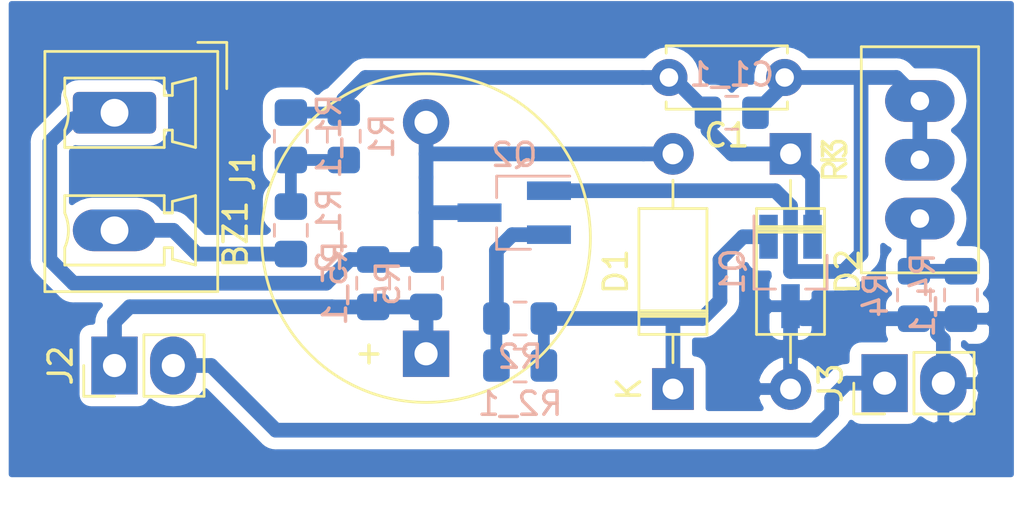
<source format=kicad_pcb>
(kicad_pcb (version 20171130) (host pcbnew "(5.1.5)-3")

  (general
    (thickness 1.6)
    (drawings 0)
    (tracks 84)
    (zones 0)
    (modules 20)
    (nets 12)
  )

  (page A4)
  (layers
    (0 F.Cu signal)
    (31 B.Cu signal)
    (32 B.Adhes user)
    (33 F.Adhes user)
    (34 B.Paste user)
    (35 F.Paste user)
    (36 B.SilkS user)
    (37 F.SilkS user)
    (38 B.Mask user)
    (39 F.Mask user)
    (40 Dwgs.User user)
    (41 Cmts.User user)
    (42 Eco1.User user)
    (43 Eco2.User user)
    (44 Edge.Cuts user)
    (45 Margin user)
    (46 B.CrtYd user)
    (47 F.CrtYd user)
    (48 B.Fab user)
    (49 F.Fab user)
  )

  (setup
    (last_trace_width 0.635)
    (user_trace_width 0.508)
    (user_trace_width 0.635)
    (trace_clearance 0.2)
    (zone_clearance 0.508)
    (zone_45_only no)
    (trace_min 0.2)
    (via_size 0.8)
    (via_drill 0.4)
    (via_min_size 0.4)
    (via_min_drill 0.3)
    (uvia_size 0.3)
    (uvia_drill 0.1)
    (uvias_allowed no)
    (uvia_min_size 0.2)
    (uvia_min_drill 0.1)
    (edge_width 0.1)
    (segment_width 0.2)
    (pcb_text_width 0.3)
    (pcb_text_size 1.5 1.5)
    (mod_edge_width 0.15)
    (mod_text_size 1 1)
    (mod_text_width 0.15)
    (pad_size 1.524 1.524)
    (pad_drill 0.762)
    (pad_to_mask_clearance 0)
    (aux_axis_origin 0 0)
    (visible_elements FFFFFF7F)
    (pcbplotparams
      (layerselection 0x010fc_ffffffff)
      (usegerberextensions false)
      (usegerberattributes false)
      (usegerberadvancedattributes false)
      (creategerberjobfile false)
      (excludeedgelayer true)
      (linewidth 0.100000)
      (plotframeref false)
      (viasonmask false)
      (mode 1)
      (useauxorigin false)
      (hpglpennumber 1)
      (hpglpenspeed 20)
      (hpglpendiameter 15.000000)
      (psnegative false)
      (psa4output false)
      (plotreference true)
      (plotvalue true)
      (plotinvisibletext false)
      (padsonsilk false)
      (subtractmaskfromsilk false)
      (outputformat 1)
      (mirror false)
      (drillshape 1)
      (scaleselection 1)
      (outputdirectory ""))
  )

  (net 0 "")
  (net 1 "Net-(BZ1-Pad1)")
  (net 2 "Net-(BZ1-Pad2)")
  (net 3 "Net-(C1-Pad2)")
  (net 4 "Net-(C1-Pad1)")
  (net 5 "Net-(D1-Pad1)")
  (net 6 GND)
  (net 7 "Net-(J1-Pad2)")
  (net 8 "Net-(J2-Pad2)")
  (net 9 "Net-(Q2-Pad2)")
  (net 10 "Net-(R3-Pad3)")
  (net 11 "Net-(R1-Pad1)")

  (net_class Default "Toto je výchozí třída sítě."
    (clearance 0.2)
    (trace_width 0.25)
    (via_dia 0.8)
    (via_drill 0.4)
    (uvia_dia 0.3)
    (uvia_drill 0.1)
    (add_net GND)
    (add_net "Net-(BZ1-Pad1)")
    (add_net "Net-(BZ1-Pad2)")
    (add_net "Net-(C1-Pad1)")
    (add_net "Net-(C1-Pad2)")
    (add_net "Net-(D1-Pad1)")
    (add_net "Net-(J1-Pad2)")
    (add_net "Net-(J2-Pad2)")
    (add_net "Net-(Q2-Pad2)")
    (add_net "Net-(R1-Pad1)")
    (add_net "Net-(R3-Pad3)")
  )

  (module Capacitor_THT:C_Disc_D5.0mm_W2.5mm_P5.00mm (layer F.Cu) (tedit 5AE50EF0) (tstamp 60049F91)
    (at 139.954 74.422 180)
    (descr "C, Disc series, Radial, pin pitch=5.00mm, , diameter*width=5*2.5mm^2, Capacitor, http://cdn-reichelt.de/documents/datenblatt/B300/DS_KERKO_TC.pdf")
    (tags "C Disc series Radial pin pitch 5.00mm  diameter 5mm width 2.5mm Capacitor")
    (path /5FFEBE3C)
    (fp_text reference C1 (at 2.5 -2.5) (layer F.SilkS)
      (effects (font (size 1 1) (thickness 0.15)))
    )
    (fp_text value C (at 2.5 2.5) (layer F.Fab)
      (effects (font (size 1 1) (thickness 0.15)))
    )
    (fp_text user %R (at 2.5 0) (layer F.Fab)
      (effects (font (size 1 1) (thickness 0.15)))
    )
    (fp_line (start 6.05 -1.5) (end -1.05 -1.5) (layer F.CrtYd) (width 0.05))
    (fp_line (start 6.05 1.5) (end 6.05 -1.5) (layer F.CrtYd) (width 0.05))
    (fp_line (start -1.05 1.5) (end 6.05 1.5) (layer F.CrtYd) (width 0.05))
    (fp_line (start -1.05 -1.5) (end -1.05 1.5) (layer F.CrtYd) (width 0.05))
    (fp_line (start 5.12 1.055) (end 5.12 1.37) (layer F.SilkS) (width 0.12))
    (fp_line (start 5.12 -1.37) (end 5.12 -1.055) (layer F.SilkS) (width 0.12))
    (fp_line (start -0.12 1.055) (end -0.12 1.37) (layer F.SilkS) (width 0.12))
    (fp_line (start -0.12 -1.37) (end -0.12 -1.055) (layer F.SilkS) (width 0.12))
    (fp_line (start -0.12 1.37) (end 5.12 1.37) (layer F.SilkS) (width 0.12))
    (fp_line (start -0.12 -1.37) (end 5.12 -1.37) (layer F.SilkS) (width 0.12))
    (fp_line (start 5 -1.25) (end 0 -1.25) (layer F.Fab) (width 0.1))
    (fp_line (start 5 1.25) (end 5 -1.25) (layer F.Fab) (width 0.1))
    (fp_line (start 0 1.25) (end 5 1.25) (layer F.Fab) (width 0.1))
    (fp_line (start 0 -1.25) (end 0 1.25) (layer F.Fab) (width 0.1))
    (pad 2 thru_hole circle (at 5 0 180) (size 1.6 1.6) (drill 0.8) (layers *.Cu *.Mask)
      (net 3 "Net-(C1-Pad2)"))
    (pad 1 thru_hole circle (at 0 0 180) (size 1.6 1.6) (drill 0.8) (layers *.Cu *.Mask)
      (net 4 "Net-(C1-Pad1)"))
    (model ${KISYS3DMOD}/Capacitor_THT.3dshapes/C_Disc_D5.0mm_W2.5mm_P5.00mm.wrl
      (at (xyz 0 0 0))
      (scale (xyz 1 1 1))
      (rotate (xyz 0 0 0))
    )
  )

  (module Resistor_SMD:R_0805_2012Metric_Pad1.15x1.40mm_HandSolder (layer B.Cu) (tedit 5B36C52B) (tstamp 6004A0D0)
    (at 124.46 83.312 270)
    (descr "Resistor SMD 0805 (2012 Metric), square (rectangular) end terminal, IPC_7351 nominal with elongated pad for handsoldering. (Body size source: https://docs.google.com/spreadsheets/d/1BsfQQcO9C6DZCsRaXUlFlo91Tg2WpOkGARC1WS5S8t0/edit?usp=sharing), generated with kicad-footprint-generator")
    (tags "resistor handsolder")
    (path /5FFE4389)
    (attr smd)
    (fp_text reference R5 (at 0 1.65 90) (layer B.SilkS)
      (effects (font (size 1 1) (thickness 0.15)) (justify mirror))
    )
    (fp_text value 1k (at 0 -1.65 90) (layer B.Fab)
      (effects (font (size 1 1) (thickness 0.15)) (justify mirror))
    )
    (fp_text user %R (at 0 0 90) (layer B.Fab)
      (effects (font (size 0.5 0.5) (thickness 0.08)) (justify mirror))
    )
    (fp_line (start 1.85 -0.95) (end -1.85 -0.95) (layer B.CrtYd) (width 0.05))
    (fp_line (start 1.85 0.95) (end 1.85 -0.95) (layer B.CrtYd) (width 0.05))
    (fp_line (start -1.85 0.95) (end 1.85 0.95) (layer B.CrtYd) (width 0.05))
    (fp_line (start -1.85 -0.95) (end -1.85 0.95) (layer B.CrtYd) (width 0.05))
    (fp_line (start -0.261252 -0.71) (end 0.261252 -0.71) (layer B.SilkS) (width 0.12))
    (fp_line (start -0.261252 0.71) (end 0.261252 0.71) (layer B.SilkS) (width 0.12))
    (fp_line (start 1 -0.6) (end -1 -0.6) (layer B.Fab) (width 0.1))
    (fp_line (start 1 0.6) (end 1 -0.6) (layer B.Fab) (width 0.1))
    (fp_line (start -1 0.6) (end 1 0.6) (layer B.Fab) (width 0.1))
    (fp_line (start -1 -0.6) (end -1 0.6) (layer B.Fab) (width 0.1))
    (pad 2 smd roundrect (at 1.025 0 270) (size 1.15 1.4) (layers B.Cu B.Paste B.Mask) (roundrect_rratio 0.217391)
      (net 1 "Net-(BZ1-Pad1)"))
    (pad 1 smd roundrect (at -1.025 0 270) (size 1.15 1.4) (layers B.Cu B.Paste B.Mask) (roundrect_rratio 0.217391)
      (net 2 "Net-(BZ1-Pad2)"))
    (model ${KISYS3DMOD}/Resistor_SMD.3dshapes/R_0805_2012Metric.wrl
      (at (xyz 0 0 0))
      (scale (xyz 1 1 1))
      (rotate (xyz 0 0 0))
    )
  )

  (module Capacitor_SMD:C_0805_2012Metric_Pad1.15x1.40mm_HandSolder (layer B.Cu) (tedit 5B36C52B) (tstamp 6004CD5F)
    (at 137.668 75.946 180)
    (descr "Capacitor SMD 0805 (2012 Metric), square (rectangular) end terminal, IPC_7351 nominal with elongated pad for handsoldering. (Body size source: https://docs.google.com/spreadsheets/d/1BsfQQcO9C6DZCsRaXUlFlo91Tg2WpOkGARC1WS5S8t0/edit?usp=sharing), generated with kicad-footprint-generator")
    (tags "capacitor handsolder")
    (path /60067B01)
    (attr smd)
    (fp_text reference C1_1 (at 0 1.65) (layer B.SilkS)
      (effects (font (size 1 1) (thickness 0.15)) (justify mirror))
    )
    (fp_text value C (at 0 -1.65) (layer B.Fab)
      (effects (font (size 1 1) (thickness 0.15)) (justify mirror))
    )
    (fp_text user %R (at 0 0) (layer B.Fab)
      (effects (font (size 0.5 0.5) (thickness 0.08)) (justify mirror))
    )
    (fp_line (start 1.85 -0.95) (end -1.85 -0.95) (layer B.CrtYd) (width 0.05))
    (fp_line (start 1.85 0.95) (end 1.85 -0.95) (layer B.CrtYd) (width 0.05))
    (fp_line (start -1.85 0.95) (end 1.85 0.95) (layer B.CrtYd) (width 0.05))
    (fp_line (start -1.85 -0.95) (end -1.85 0.95) (layer B.CrtYd) (width 0.05))
    (fp_line (start -0.261252 -0.71) (end 0.261252 -0.71) (layer B.SilkS) (width 0.12))
    (fp_line (start -0.261252 0.71) (end 0.261252 0.71) (layer B.SilkS) (width 0.12))
    (fp_line (start 1 -0.6) (end -1 -0.6) (layer B.Fab) (width 0.1))
    (fp_line (start 1 0.6) (end 1 -0.6) (layer B.Fab) (width 0.1))
    (fp_line (start -1 0.6) (end 1 0.6) (layer B.Fab) (width 0.1))
    (fp_line (start -1 -0.6) (end -1 0.6) (layer B.Fab) (width 0.1))
    (pad 2 smd roundrect (at 1.025 0 180) (size 1.15 1.4) (layers B.Cu B.Paste B.Mask) (roundrect_rratio 0.217391)
      (net 3 "Net-(C1-Pad2)"))
    (pad 1 smd roundrect (at -1.025 0 180) (size 1.15 1.4) (layers B.Cu B.Paste B.Mask) (roundrect_rratio 0.217391)
      (net 4 "Net-(C1-Pad1)"))
    (model ${KISYS3DMOD}/Capacitor_SMD.3dshapes/C_0805_2012Metric.wrl
      (at (xyz 0 0 0))
      (scale (xyz 1 1 1))
      (rotate (xyz 0 0 0))
    )
  )

  (module Resistor_SMD:R_0805_2012Metric_Pad1.15x1.40mm_HandSolder (layer B.Cu) (tedit 5B36C52B) (tstamp 6004C811)
    (at 122.174 83.312 270)
    (descr "Resistor SMD 0805 (2012 Metric), square (rectangular) end terminal, IPC_7351 nominal with elongated pad for handsoldering. (Body size source: https://docs.google.com/spreadsheets/d/1BsfQQcO9C6DZCsRaXUlFlo91Tg2WpOkGARC1WS5S8t0/edit?usp=sharing), generated with kicad-footprint-generator")
    (tags "resistor handsolder")
    (path /600634F8)
    (attr smd)
    (fp_text reference R5_1 (at 0 1.65 90) (layer B.SilkS)
      (effects (font (size 1 1) (thickness 0.15)) (justify mirror))
    )
    (fp_text value 1k (at 0 -1.65 90) (layer B.Fab)
      (effects (font (size 1 1) (thickness 0.15)) (justify mirror))
    )
    (fp_text user %R (at 0 0 90) (layer B.Fab)
      (effects (font (size 0.5 0.5) (thickness 0.08)) (justify mirror))
    )
    (fp_line (start 1.85 -0.95) (end -1.85 -0.95) (layer B.CrtYd) (width 0.05))
    (fp_line (start 1.85 0.95) (end 1.85 -0.95) (layer B.CrtYd) (width 0.05))
    (fp_line (start -1.85 0.95) (end 1.85 0.95) (layer B.CrtYd) (width 0.05))
    (fp_line (start -1.85 -0.95) (end -1.85 0.95) (layer B.CrtYd) (width 0.05))
    (fp_line (start -0.261252 -0.71) (end 0.261252 -0.71) (layer B.SilkS) (width 0.12))
    (fp_line (start -0.261252 0.71) (end 0.261252 0.71) (layer B.SilkS) (width 0.12))
    (fp_line (start 1 -0.6) (end -1 -0.6) (layer B.Fab) (width 0.1))
    (fp_line (start 1 0.6) (end 1 -0.6) (layer B.Fab) (width 0.1))
    (fp_line (start -1 0.6) (end 1 0.6) (layer B.Fab) (width 0.1))
    (fp_line (start -1 -0.6) (end -1 0.6) (layer B.Fab) (width 0.1))
    (pad 2 smd roundrect (at 1.025 0 270) (size 1.15 1.4) (layers B.Cu B.Paste B.Mask) (roundrect_rratio 0.217391)
      (net 1 "Net-(BZ1-Pad1)"))
    (pad 1 smd roundrect (at -1.025 0 270) (size 1.15 1.4) (layers B.Cu B.Paste B.Mask) (roundrect_rratio 0.217391)
      (net 2 "Net-(BZ1-Pad2)"))
    (model ${KISYS3DMOD}/Resistor_SMD.3dshapes/R_0805_2012Metric.wrl
      (at (xyz 0 0 0))
      (scale (xyz 1 1 1))
      (rotate (xyz 0 0 0))
    )
  )

  (module Resistor_SMD:R_0805_2012Metric_Pad1.15x1.40mm_HandSolder (layer B.Cu) (tedit 5B36C52B) (tstamp 6004C7E0)
    (at 128.524 86.868)
    (descr "Resistor SMD 0805 (2012 Metric), square (rectangular) end terminal, IPC_7351 nominal with elongated pad for handsoldering. (Body size source: https://docs.google.com/spreadsheets/d/1BsfQQcO9C6DZCsRaXUlFlo91Tg2WpOkGARC1WS5S8t0/edit?usp=sharing), generated with kicad-footprint-generator")
    (tags "resistor handsolder")
    (path /60063277)
    (attr smd)
    (fp_text reference R2_1 (at 0 1.65) (layer B.SilkS)
      (effects (font (size 1 1) (thickness 0.15)) (justify mirror))
    )
    (fp_text value 10k (at 0 -1.65) (layer B.Fab)
      (effects (font (size 1 1) (thickness 0.15)) (justify mirror))
    )
    (fp_text user %R (at 0 0) (layer B.Fab)
      (effects (font (size 0.5 0.5) (thickness 0.08)) (justify mirror))
    )
    (fp_line (start 1.85 -0.95) (end -1.85 -0.95) (layer B.CrtYd) (width 0.05))
    (fp_line (start 1.85 0.95) (end 1.85 -0.95) (layer B.CrtYd) (width 0.05))
    (fp_line (start -1.85 0.95) (end 1.85 0.95) (layer B.CrtYd) (width 0.05))
    (fp_line (start -1.85 -0.95) (end -1.85 0.95) (layer B.CrtYd) (width 0.05))
    (fp_line (start -0.261252 -0.71) (end 0.261252 -0.71) (layer B.SilkS) (width 0.12))
    (fp_line (start -0.261252 0.71) (end 0.261252 0.71) (layer B.SilkS) (width 0.12))
    (fp_line (start 1 -0.6) (end -1 -0.6) (layer B.Fab) (width 0.1))
    (fp_line (start 1 0.6) (end 1 -0.6) (layer B.Fab) (width 0.1))
    (fp_line (start -1 0.6) (end 1 0.6) (layer B.Fab) (width 0.1))
    (fp_line (start -1 -0.6) (end -1 0.6) (layer B.Fab) (width 0.1))
    (pad 2 smd roundrect (at 1.025 0) (size 1.15 1.4) (layers B.Cu B.Paste B.Mask) (roundrect_rratio 0.217391)
      (net 5 "Net-(D1-Pad1)"))
    (pad 1 smd roundrect (at -1.025 0) (size 1.15 1.4) (layers B.Cu B.Paste B.Mask) (roundrect_rratio 0.217391)
      (net 9 "Net-(Q2-Pad2)"))
    (model ${KISYS3DMOD}/Resistor_SMD.3dshapes/R_0805_2012Metric.wrl
      (at (xyz 0 0 0))
      (scale (xyz 1 1 1))
      (rotate (xyz 0 0 0))
    )
  )

  (module Resistor_SMD:R_0805_2012Metric_Pad1.15x1.40mm_HandSolder (layer B.Cu) (tedit 5B36C52B) (tstamp 6004C196)
    (at 147.574 83.82 270)
    (descr "Resistor SMD 0805 (2012 Metric), square (rectangular) end terminal, IPC_7351 nominal with elongated pad for handsoldering. (Body size source: https://docs.google.com/spreadsheets/d/1BsfQQcO9C6DZCsRaXUlFlo91Tg2WpOkGARC1WS5S8t0/edit?usp=sharing), generated with kicad-footprint-generator")
    (tags "resistor handsolder")
    (path /600608A2)
    (attr smd)
    (fp_text reference R4_1 (at 0 1.65 90) (layer B.SilkS)
      (effects (font (size 1 1) (thickness 0.15)) (justify mirror))
    )
    (fp_text value 100R (at 0 -1.65 90) (layer B.Fab)
      (effects (font (size 1 1) (thickness 0.15)) (justify mirror))
    )
    (fp_text user %R (at 0 0 90) (layer B.Fab)
      (effects (font (size 0.5 0.5) (thickness 0.08)) (justify mirror))
    )
    (fp_line (start 1.85 -0.95) (end -1.85 -0.95) (layer B.CrtYd) (width 0.05))
    (fp_line (start 1.85 0.95) (end 1.85 -0.95) (layer B.CrtYd) (width 0.05))
    (fp_line (start -1.85 0.95) (end 1.85 0.95) (layer B.CrtYd) (width 0.05))
    (fp_line (start -1.85 -0.95) (end -1.85 0.95) (layer B.CrtYd) (width 0.05))
    (fp_line (start -0.261252 -0.71) (end 0.261252 -0.71) (layer B.SilkS) (width 0.12))
    (fp_line (start -0.261252 0.71) (end 0.261252 0.71) (layer B.SilkS) (width 0.12))
    (fp_line (start 1 -0.6) (end -1 -0.6) (layer B.Fab) (width 0.1))
    (fp_line (start 1 0.6) (end 1 -0.6) (layer B.Fab) (width 0.1))
    (fp_line (start -1 0.6) (end 1 0.6) (layer B.Fab) (width 0.1))
    (fp_line (start -1 -0.6) (end -1 0.6) (layer B.Fab) (width 0.1))
    (pad 2 smd roundrect (at 1.025 0 270) (size 1.15 1.4) (layers B.Cu B.Paste B.Mask) (roundrect_rratio 0.217391)
      (net 6 GND))
    (pad 1 smd roundrect (at -1.025 0 270) (size 1.15 1.4) (layers B.Cu B.Paste B.Mask) (roundrect_rratio 0.217391)
      (net 10 "Net-(R3-Pad3)"))
    (model ${KISYS3DMOD}/Resistor_SMD.3dshapes/R_0805_2012Metric.wrl
      (at (xyz 0 0 0))
      (scale (xyz 1 1 1))
      (rotate (xyz 0 0 0))
    )
  )

  (module Resistor_SMD:R_0805_2012Metric_Pad1.15x1.40mm_HandSolder (layer B.Cu) (tedit 5B36C52B) (tstamp 6004BAE0)
    (at 118.618 81.026 90)
    (descr "Resistor SMD 0805 (2012 Metric), square (rectangular) end terminal, IPC_7351 nominal with elongated pad for handsoldering. (Body size source: https://docs.google.com/spreadsheets/d/1BsfQQcO9C6DZCsRaXUlFlo91Tg2WpOkGARC1WS5S8t0/edit?usp=sharing), generated with kicad-footprint-generator")
    (tags "resistor handsolder")
    (path /6005AC11)
    (attr smd)
    (fp_text reference R1_2 (at 0 1.65 90) (layer B.SilkS)
      (effects (font (size 1 1) (thickness 0.15)) (justify mirror))
    )
    (fp_text value 56k (at 0 -1.65 90) (layer B.Fab)
      (effects (font (size 1 1) (thickness 0.15)) (justify mirror))
    )
    (fp_text user %R (at 0 0 90) (layer B.Fab)
      (effects (font (size 0.5 0.5) (thickness 0.08)) (justify mirror))
    )
    (fp_line (start 1.85 -0.95) (end -1.85 -0.95) (layer B.CrtYd) (width 0.05))
    (fp_line (start 1.85 0.95) (end 1.85 -0.95) (layer B.CrtYd) (width 0.05))
    (fp_line (start -1.85 0.95) (end 1.85 0.95) (layer B.CrtYd) (width 0.05))
    (fp_line (start -1.85 -0.95) (end -1.85 0.95) (layer B.CrtYd) (width 0.05))
    (fp_line (start -0.261252 -0.71) (end 0.261252 -0.71) (layer B.SilkS) (width 0.12))
    (fp_line (start -0.261252 0.71) (end 0.261252 0.71) (layer B.SilkS) (width 0.12))
    (fp_line (start 1 -0.6) (end -1 -0.6) (layer B.Fab) (width 0.1))
    (fp_line (start 1 0.6) (end 1 -0.6) (layer B.Fab) (width 0.1))
    (fp_line (start -1 0.6) (end 1 0.6) (layer B.Fab) (width 0.1))
    (fp_line (start -1 -0.6) (end -1 0.6) (layer B.Fab) (width 0.1))
    (pad 2 smd roundrect (at 1.025 0 90) (size 1.15 1.4) (layers B.Cu B.Paste B.Mask) (roundrect_rratio 0.217391)
      (net 11 "Net-(R1-Pad1)"))
    (pad 1 smd roundrect (at -1.025 0 90) (size 1.15 1.4) (layers B.Cu B.Paste B.Mask) (roundrect_rratio 0.217391)
      (net 7 "Net-(J1-Pad2)"))
    (model ${KISYS3DMOD}/Resistor_SMD.3dshapes/R_0805_2012Metric.wrl
      (at (xyz 0 0 0))
      (scale (xyz 1 1 1))
      (rotate (xyz 0 0 0))
    )
  )

  (module Resistor_SMD:R_0805_2012Metric_Pad1.15x1.40mm_HandSolder (layer B.Cu) (tedit 5B36C52B) (tstamp 6004BACF)
    (at 118.618 76.962 90)
    (descr "Resistor SMD 0805 (2012 Metric), square (rectangular) end terminal, IPC_7351 nominal with elongated pad for handsoldering. (Body size source: https://docs.google.com/spreadsheets/d/1BsfQQcO9C6DZCsRaXUlFlo91Tg2WpOkGARC1WS5S8t0/edit?usp=sharing), generated with kicad-footprint-generator")
    (tags "resistor handsolder")
    (path /6005A8B0)
    (attr smd)
    (fp_text reference R1_1 (at 0 1.65 90) (layer B.SilkS)
      (effects (font (size 1 1) (thickness 0.15)) (justify mirror))
    )
    (fp_text value 56k (at 0 -1.65 90) (layer B.Fab)
      (effects (font (size 1 1) (thickness 0.15)) (justify mirror))
    )
    (fp_text user %R (at 0 0 90) (layer B.Fab)
      (effects (font (size 0.5 0.5) (thickness 0.08)) (justify mirror))
    )
    (fp_line (start 1.85 -0.95) (end -1.85 -0.95) (layer B.CrtYd) (width 0.05))
    (fp_line (start 1.85 0.95) (end 1.85 -0.95) (layer B.CrtYd) (width 0.05))
    (fp_line (start -1.85 0.95) (end 1.85 0.95) (layer B.CrtYd) (width 0.05))
    (fp_line (start -1.85 -0.95) (end -1.85 0.95) (layer B.CrtYd) (width 0.05))
    (fp_line (start -0.261252 -0.71) (end 0.261252 -0.71) (layer B.SilkS) (width 0.12))
    (fp_line (start -0.261252 0.71) (end 0.261252 0.71) (layer B.SilkS) (width 0.12))
    (fp_line (start 1 -0.6) (end -1 -0.6) (layer B.Fab) (width 0.1))
    (fp_line (start 1 0.6) (end 1 -0.6) (layer B.Fab) (width 0.1))
    (fp_line (start -1 0.6) (end 1 0.6) (layer B.Fab) (width 0.1))
    (fp_line (start -1 -0.6) (end -1 0.6) (layer B.Fab) (width 0.1))
    (pad 2 smd roundrect (at 1.025 0 90) (size 1.15 1.4) (layers B.Cu B.Paste B.Mask) (roundrect_rratio 0.217391)
      (net 3 "Net-(C1-Pad2)"))
    (pad 1 smd roundrect (at -1.025 0 90) (size 1.15 1.4) (layers B.Cu B.Paste B.Mask) (roundrect_rratio 0.217391)
      (net 11 "Net-(R1-Pad1)"))
    (model ${KISYS3DMOD}/Resistor_SMD.3dshapes/R_0805_2012Metric.wrl
      (at (xyz 0 0 0))
      (scale (xyz 1 1 1))
      (rotate (xyz 0 0 0))
    )
  )

  (module LPouzdra:AR_Potentiometer_Bourns_3296W_Vertical (layer F.Cu) (tedit 5FFE1AF0) (tstamp 6004A0AE)
    (at 145.796 75.438 90)
    (descr "Potentiometer, vertical, Bourns 3296W, https://www.bourns.com/pdfs/3296.pdf")
    (tags "Potentiometer vertical Bourns 3296W")
    (path /5FFE4B1A)
    (fp_text reference R3 (at -2.54 -3.66 90) (layer F.SilkS)
      (effects (font (size 1 1) (thickness 0.15)))
    )
    (fp_text value 2k5 (at -2.54 3.67 90) (layer F.Fab)
      (effects (font (size 1 1) (thickness 0.15)))
    )
    (fp_text user %R (at -3.175 0.005 90) (layer F.Fab)
      (effects (font (size 1 1) (thickness 0.15)))
    )
    (fp_line (start 2.5 -2.7) (end -7.6 -2.7) (layer F.CrtYd) (width 0.05))
    (fp_line (start 2.5 2.7) (end 2.5 -2.7) (layer F.CrtYd) (width 0.05))
    (fp_line (start -7.6 2.7) (end 2.5 2.7) (layer F.CrtYd) (width 0.05))
    (fp_line (start -7.6 -2.7) (end -7.6 2.7) (layer F.CrtYd) (width 0.05))
    (fp_line (start 2.345 -2.53) (end 2.345 2.54) (layer F.SilkS) (width 0.12))
    (fp_line (start -7.425 -2.53) (end -7.425 2.54) (layer F.SilkS) (width 0.12))
    (fp_line (start -7.425 2.54) (end 2.345 2.54) (layer F.SilkS) (width 0.12))
    (fp_line (start -7.425 -2.53) (end 2.345 -2.53) (layer F.SilkS) (width 0.12))
    (fp_line (start 0.955 2.235) (end 0.956 0.066) (layer F.Fab) (width 0.1))
    (fp_line (start 0.955 2.235) (end 0.956 0.066) (layer F.Fab) (width 0.1))
    (fp_line (start 2.225 -2.41) (end -7.305 -2.41) (layer F.Fab) (width 0.1))
    (fp_line (start 2.225 2.42) (end 2.225 -2.41) (layer F.Fab) (width 0.1))
    (fp_line (start -7.305 2.42) (end 2.225 2.42) (layer F.Fab) (width 0.1))
    (fp_line (start -7.305 -2.41) (end -7.305 2.42) (layer F.Fab) (width 0.1))
    (fp_circle (center 0.955 1.15) (end 2.05 1.15) (layer F.Fab) (width 0.1))
    (pad 3 thru_hole oval (at -5.08 0 90) (size 1.8 3) (drill 0.8) (layers *.Cu *.Mask)
      (net 10 "Net-(R3-Pad3)"))
    (pad 2 thru_hole oval (at -2.54 0 90) (size 1.8 3) (drill 0.8) (layers *.Cu *.Mask)
      (net 4 "Net-(C1-Pad1)"))
    (pad 1 thru_hole oval (at 0 0 90) (size 1.8 3) (drill 0.8) (layers *.Cu *.Mask)
      (net 4 "Net-(C1-Pad1)"))
    (model ${KISYS3DMOD}/Potentiometer_THT.3dshapes/Potentiometer_Bourns_3296W_Vertical.wrl
      (at (xyz 0 0 0))
      (scale (xyz 1 1 1))
      (rotate (xyz 0 0 0))
    )
  )

  (module LPouzdra:AR_PinHeader_1x02_P2.54mm_Vertical (layer F.Cu) (tedit 60021612) (tstamp 6004A04B)
    (at 144.272 87.63 90)
    (descr "Through hole straight pin header, 1x02, 2.54mm pitch, single row")
    (tags "Through hole pin header THT 1x02 2.54mm single row")
    (path /5FFFAA1F)
    (fp_text reference J3 (at 0 -2.33 90) (layer F.SilkS)
      (effects (font (size 1 1) (thickness 0.15)))
    )
    (fp_text value "9V= 1+ / 2-" (at 0 4.87 90) (layer F.Fab)
      (effects (font (size 1 1) (thickness 0.15)))
    )
    (fp_text user %R (at 0 1.27) (layer F.Fab)
      (effects (font (size 1 1) (thickness 0.15)))
    )
    (fp_line (start 1.8 -1.8) (end -1.8 -1.8) (layer F.CrtYd) (width 0.05))
    (fp_line (start 1.8 4.35) (end 1.8 -1.8) (layer F.CrtYd) (width 0.05))
    (fp_line (start -1.8 4.35) (end 1.8 4.35) (layer F.CrtYd) (width 0.05))
    (fp_line (start -1.8 -1.8) (end -1.8 4.35) (layer F.CrtYd) (width 0.05))
    (fp_line (start -1.33 -1.33) (end 0 -1.33) (layer F.SilkS) (width 0.12))
    (fp_line (start -1.33 0) (end -1.33 -1.33) (layer F.SilkS) (width 0.12))
    (fp_line (start -1.33 1.27) (end 1.33 1.27) (layer F.SilkS) (width 0.12))
    (fp_line (start 1.33 1.27) (end 1.33 3.87) (layer F.SilkS) (width 0.12))
    (fp_line (start -1.33 1.27) (end -1.33 3.87) (layer F.SilkS) (width 0.12))
    (fp_line (start -1.33 3.87) (end 1.33 3.87) (layer F.SilkS) (width 0.12))
    (fp_line (start -1.27 -0.635) (end -0.635 -1.27) (layer F.Fab) (width 0.1))
    (fp_line (start -1.27 3.81) (end -1.27 -0.635) (layer F.Fab) (width 0.1))
    (fp_line (start 1.27 3.81) (end -1.27 3.81) (layer F.Fab) (width 0.1))
    (fp_line (start 1.27 -1.27) (end 1.27 3.81) (layer F.Fab) (width 0.1))
    (fp_line (start -0.635 -1.27) (end 1.27 -1.27) (layer F.Fab) (width 0.1))
    (pad 2 thru_hole oval (at 0 2.54 90) (size 2.5 2) (drill 1) (layers *.Cu *.Mask)
      (net 6 GND))
    (pad 1 thru_hole rect (at 0 0 90) (size 2.5 2) (drill 1) (layers *.Cu *.Mask)
      (net 8 "Net-(J2-Pad2)"))
    (model ${KISYS3DMOD}/Connector_PinHeader_2.54mm.3dshapes/PinHeader_1x02_P2.54mm_Vertical.wrl
      (at (xyz 0 0 0))
      (scale (xyz 1 1 1))
      (rotate (xyz 0 0 0))
    )
  )

  (module Resistor_SMD:R_0805_2012Metric_Pad1.15x1.40mm_HandSolder (layer B.Cu) (tedit 5B36C52B) (tstamp 6004A0BF)
    (at 145.542 83.82 270)
    (descr "Resistor SMD 0805 (2012 Metric), square (rectangular) end terminal, IPC_7351 nominal with elongated pad for handsoldering. (Body size source: https://docs.google.com/spreadsheets/d/1BsfQQcO9C6DZCsRaXUlFlo91Tg2WpOkGARC1WS5S8t0/edit?usp=sharing), generated with kicad-footprint-generator")
    (tags "resistor handsolder")
    (path /5FFE3D3F)
    (attr smd)
    (fp_text reference R4 (at 0 1.65 90) (layer B.SilkS)
      (effects (font (size 1 1) (thickness 0.15)) (justify mirror))
    )
    (fp_text value 100R (at 0 -1.65 90) (layer B.Fab)
      (effects (font (size 1 1) (thickness 0.15)) (justify mirror))
    )
    (fp_text user %R (at 0 0 90) (layer B.Fab)
      (effects (font (size 0.5 0.5) (thickness 0.08)) (justify mirror))
    )
    (fp_line (start 1.85 -0.95) (end -1.85 -0.95) (layer B.CrtYd) (width 0.05))
    (fp_line (start 1.85 0.95) (end 1.85 -0.95) (layer B.CrtYd) (width 0.05))
    (fp_line (start -1.85 0.95) (end 1.85 0.95) (layer B.CrtYd) (width 0.05))
    (fp_line (start -1.85 -0.95) (end -1.85 0.95) (layer B.CrtYd) (width 0.05))
    (fp_line (start -0.261252 -0.71) (end 0.261252 -0.71) (layer B.SilkS) (width 0.12))
    (fp_line (start -0.261252 0.71) (end 0.261252 0.71) (layer B.SilkS) (width 0.12))
    (fp_line (start 1 -0.6) (end -1 -0.6) (layer B.Fab) (width 0.1))
    (fp_line (start 1 0.6) (end 1 -0.6) (layer B.Fab) (width 0.1))
    (fp_line (start -1 0.6) (end 1 0.6) (layer B.Fab) (width 0.1))
    (fp_line (start -1 -0.6) (end -1 0.6) (layer B.Fab) (width 0.1))
    (pad 2 smd roundrect (at 1.025 0 270) (size 1.15 1.4) (layers B.Cu B.Paste B.Mask) (roundrect_rratio 0.217391)
      (net 6 GND))
    (pad 1 smd roundrect (at -1.025 0 270) (size 1.15 1.4) (layers B.Cu B.Paste B.Mask) (roundrect_rratio 0.217391)
      (net 10 "Net-(R3-Pad3)"))
    (model ${KISYS3DMOD}/Resistor_SMD.3dshapes/R_0805_2012Metric.wrl
      (at (xyz 0 0 0))
      (scale (xyz 1 1 1))
      (rotate (xyz 0 0 0))
    )
  )

  (module Resistor_SMD:R_0805_2012Metric_Pad1.15x1.40mm_HandSolder (layer B.Cu) (tedit 5B36C52B) (tstamp 6004A097)
    (at 128.524 84.836)
    (descr "Resistor SMD 0805 (2012 Metric), square (rectangular) end terminal, IPC_7351 nominal with elongated pad for handsoldering. (Body size source: https://docs.google.com/spreadsheets/d/1BsfQQcO9C6DZCsRaXUlFlo91Tg2WpOkGARC1WS5S8t0/edit?usp=sharing), generated with kicad-footprint-generator")
    (tags "resistor handsolder")
    (path /5FFE3A82)
    (attr smd)
    (fp_text reference R2 (at 0 1.65) (layer B.SilkS)
      (effects (font (size 1 1) (thickness 0.15)) (justify mirror))
    )
    (fp_text value 10k (at 0 -1.65) (layer B.Fab)
      (effects (font (size 1 1) (thickness 0.15)) (justify mirror))
    )
    (fp_text user %R (at 0 0) (layer B.Fab)
      (effects (font (size 0.5 0.5) (thickness 0.08)) (justify mirror))
    )
    (fp_line (start 1.85 -0.95) (end -1.85 -0.95) (layer B.CrtYd) (width 0.05))
    (fp_line (start 1.85 0.95) (end 1.85 -0.95) (layer B.CrtYd) (width 0.05))
    (fp_line (start -1.85 0.95) (end 1.85 0.95) (layer B.CrtYd) (width 0.05))
    (fp_line (start -1.85 -0.95) (end -1.85 0.95) (layer B.CrtYd) (width 0.05))
    (fp_line (start -0.261252 -0.71) (end 0.261252 -0.71) (layer B.SilkS) (width 0.12))
    (fp_line (start -0.261252 0.71) (end 0.261252 0.71) (layer B.SilkS) (width 0.12))
    (fp_line (start 1 -0.6) (end -1 -0.6) (layer B.Fab) (width 0.1))
    (fp_line (start 1 0.6) (end 1 -0.6) (layer B.Fab) (width 0.1))
    (fp_line (start -1 0.6) (end 1 0.6) (layer B.Fab) (width 0.1))
    (fp_line (start -1 -0.6) (end -1 0.6) (layer B.Fab) (width 0.1))
    (pad 2 smd roundrect (at 1.025 0) (size 1.15 1.4) (layers B.Cu B.Paste B.Mask) (roundrect_rratio 0.217391)
      (net 5 "Net-(D1-Pad1)"))
    (pad 1 smd roundrect (at -1.025 0) (size 1.15 1.4) (layers B.Cu B.Paste B.Mask) (roundrect_rratio 0.217391)
      (net 9 "Net-(Q2-Pad2)"))
    (model ${KISYS3DMOD}/Resistor_SMD.3dshapes/R_0805_2012Metric.wrl
      (at (xyz 0 0 0))
      (scale (xyz 1 1 1))
      (rotate (xyz 0 0 0))
    )
  )

  (module Resistor_SMD:R_0805_2012Metric_Pad1.15x1.40mm_HandSolder (layer B.Cu) (tedit 5B36C52B) (tstamp 6004A086)
    (at 120.904 76.962 90)
    (descr "Resistor SMD 0805 (2012 Metric), square (rectangular) end terminal, IPC_7351 nominal with elongated pad for handsoldering. (Body size source: https://docs.google.com/spreadsheets/d/1BsfQQcO9C6DZCsRaXUlFlo91Tg2WpOkGARC1WS5S8t0/edit?usp=sharing), generated with kicad-footprint-generator")
    (tags "resistor handsolder")
    (path /5FFE35B6)
    (attr smd)
    (fp_text reference R1 (at 0 1.65 90) (layer B.SilkS)
      (effects (font (size 1 1) (thickness 0.15)) (justify mirror))
    )
    (fp_text value 56k (at 0 -1.65 90) (layer B.Fab)
      (effects (font (size 1 1) (thickness 0.15)) (justify mirror))
    )
    (fp_text user %R (at 0 0 90) (layer B.Fab)
      (effects (font (size 0.5 0.5) (thickness 0.08)) (justify mirror))
    )
    (fp_line (start 1.85 -0.95) (end -1.85 -0.95) (layer B.CrtYd) (width 0.05))
    (fp_line (start 1.85 0.95) (end 1.85 -0.95) (layer B.CrtYd) (width 0.05))
    (fp_line (start -1.85 0.95) (end 1.85 0.95) (layer B.CrtYd) (width 0.05))
    (fp_line (start -1.85 -0.95) (end -1.85 0.95) (layer B.CrtYd) (width 0.05))
    (fp_line (start -0.261252 -0.71) (end 0.261252 -0.71) (layer B.SilkS) (width 0.12))
    (fp_line (start -0.261252 0.71) (end 0.261252 0.71) (layer B.SilkS) (width 0.12))
    (fp_line (start 1 -0.6) (end -1 -0.6) (layer B.Fab) (width 0.1))
    (fp_line (start 1 0.6) (end 1 -0.6) (layer B.Fab) (width 0.1))
    (fp_line (start -1 0.6) (end 1 0.6) (layer B.Fab) (width 0.1))
    (fp_line (start -1 -0.6) (end -1 0.6) (layer B.Fab) (width 0.1))
    (pad 2 smd roundrect (at 1.025 0 90) (size 1.15 1.4) (layers B.Cu B.Paste B.Mask) (roundrect_rratio 0.217391)
      (net 3 "Net-(C1-Pad2)"))
    (pad 1 smd roundrect (at -1.025 0 90) (size 1.15 1.4) (layers B.Cu B.Paste B.Mask) (roundrect_rratio 0.217391)
      (net 11 "Net-(R1-Pad1)"))
    (model ${KISYS3DMOD}/Resistor_SMD.3dshapes/R_0805_2012Metric.wrl
      (at (xyz 0 0 0))
      (scale (xyz 1 1 1))
      (rotate (xyz 0 0 0))
    )
  )

  (module Package_TO_SOT_SMD:SOT-23_Handsoldering (layer B.Cu) (tedit 5A0AB76C) (tstamp 6004A075)
    (at 128.27 80.264 180)
    (descr "SOT-23, Handsoldering")
    (tags SOT-23)
    (path /5FFE92D4)
    (attr smd)
    (fp_text reference Q2 (at 0 2.5) (layer B.SilkS)
      (effects (font (size 1 1) (thickness 0.15)) (justify mirror))
    )
    (fp_text value BC557 (at 0 -2.5) (layer B.Fab)
      (effects (font (size 1 1) (thickness 0.15)) (justify mirror))
    )
    (fp_line (start 0.76 -1.58) (end -0.7 -1.58) (layer B.SilkS) (width 0.12))
    (fp_line (start -0.7 -1.52) (end 0.7 -1.52) (layer B.Fab) (width 0.1))
    (fp_line (start 0.7 1.52) (end 0.7 -1.52) (layer B.Fab) (width 0.1))
    (fp_line (start -0.7 0.95) (end -0.15 1.52) (layer B.Fab) (width 0.1))
    (fp_line (start -0.15 1.52) (end 0.7 1.52) (layer B.Fab) (width 0.1))
    (fp_line (start -0.7 0.95) (end -0.7 -1.5) (layer B.Fab) (width 0.1))
    (fp_line (start 0.76 1.58) (end -2.4 1.58) (layer B.SilkS) (width 0.12))
    (fp_line (start -2.7 -1.75) (end -2.7 1.75) (layer B.CrtYd) (width 0.05))
    (fp_line (start 2.7 -1.75) (end -2.7 -1.75) (layer B.CrtYd) (width 0.05))
    (fp_line (start 2.7 1.75) (end 2.7 -1.75) (layer B.CrtYd) (width 0.05))
    (fp_line (start -2.7 1.75) (end 2.7 1.75) (layer B.CrtYd) (width 0.05))
    (fp_line (start 0.76 1.58) (end 0.76 0.65) (layer B.SilkS) (width 0.12))
    (fp_line (start 0.76 -1.58) (end 0.76 -0.65) (layer B.SilkS) (width 0.12))
    (fp_text user %R (at 0 0 270) (layer B.Fab)
      (effects (font (size 0.5 0.5) (thickness 0.075)) (justify mirror))
    )
    (pad 3 smd rect (at 1.5 0 180) (size 1.9 0.8) (layers B.Cu B.Paste B.Mask)
      (net 2 "Net-(BZ1-Pad2)"))
    (pad 2 smd rect (at -1.5 -0.95 180) (size 1.9 0.8) (layers B.Cu B.Paste B.Mask)
      (net 9 "Net-(Q2-Pad2)"))
    (pad 1 smd rect (at -1.5 0.95 180) (size 1.9 0.8) (layers B.Cu B.Paste B.Mask)
      (net 4 "Net-(C1-Pad1)"))
    (model ${KISYS3DMOD}/Package_TO_SOT_SMD.3dshapes/SOT-23.wrl
      (at (xyz 0 0 0))
      (scale (xyz 1 1 1))
      (rotate (xyz 0 0 0))
    )
  )

  (module Package_TO_SOT_SMD:SOT-23_Handsoldering (layer B.Cu) (tedit 5A0AB76C) (tstamp 6004A060)
    (at 140.208 82.804 270)
    (descr "SOT-23, Handsoldering")
    (tags SOT-23)
    (path /5FFE8023)
    (attr smd)
    (fp_text reference Q1 (at 0 2.5 90) (layer B.SilkS)
      (effects (font (size 1 1) (thickness 0.15)) (justify mirror))
    )
    (fp_text value BC547 (at 0 -2.5 90) (layer B.Fab)
      (effects (font (size 1 1) (thickness 0.15)) (justify mirror))
    )
    (fp_line (start 0.76 -1.58) (end -0.7 -1.58) (layer B.SilkS) (width 0.12))
    (fp_line (start -0.7 -1.52) (end 0.7 -1.52) (layer B.Fab) (width 0.1))
    (fp_line (start 0.7 1.52) (end 0.7 -1.52) (layer B.Fab) (width 0.1))
    (fp_line (start -0.7 0.95) (end -0.15 1.52) (layer B.Fab) (width 0.1))
    (fp_line (start -0.15 1.52) (end 0.7 1.52) (layer B.Fab) (width 0.1))
    (fp_line (start -0.7 0.95) (end -0.7 -1.5) (layer B.Fab) (width 0.1))
    (fp_line (start 0.76 1.58) (end -2.4 1.58) (layer B.SilkS) (width 0.12))
    (fp_line (start -2.7 -1.75) (end -2.7 1.75) (layer B.CrtYd) (width 0.05))
    (fp_line (start 2.7 -1.75) (end -2.7 -1.75) (layer B.CrtYd) (width 0.05))
    (fp_line (start 2.7 1.75) (end 2.7 -1.75) (layer B.CrtYd) (width 0.05))
    (fp_line (start -2.7 1.75) (end 2.7 1.75) (layer B.CrtYd) (width 0.05))
    (fp_line (start 0.76 1.58) (end 0.76 0.65) (layer B.SilkS) (width 0.12))
    (fp_line (start 0.76 -1.58) (end 0.76 -0.65) (layer B.SilkS) (width 0.12))
    (fp_text user %R (at 0 0 180) (layer B.Fab)
      (effects (font (size 0.5 0.5) (thickness 0.075)) (justify mirror))
    )
    (pad 3 smd rect (at 1.5 0 270) (size 1.9 0.8) (layers B.Cu B.Paste B.Mask)
      (net 6 GND))
    (pad 2 smd rect (at -1.5 -0.95 270) (size 1.9 0.8) (layers B.Cu B.Paste B.Mask)
      (net 3 "Net-(C1-Pad2)"))
    (pad 1 smd rect (at -1.5 0.95 270) (size 1.9 0.8) (layers B.Cu B.Paste B.Mask)
      (net 5 "Net-(D1-Pad1)"))
    (model ${KISYS3DMOD}/Package_TO_SOT_SMD.3dshapes/SOT-23.wrl
      (at (xyz 0 0 0))
      (scale (xyz 1 1 1))
      (rotate (xyz 0 0 0))
    )
  )

  (module LPouzdra:AR_PinHeader_1x02_P2.54mm_Vertical (layer F.Cu) (tedit 60021612) (tstamp 6004A018)
    (at 110.998 86.868 90)
    (descr "Through hole straight pin header, 1x02, 2.54mm pitch, single row")
    (tags "Through hole pin header THT 1x02 2.54mm single row")
    (path /5FFE282F)
    (fp_text reference J2 (at 0 -2.33 90) (layer F.SilkS)
      (effects (font (size 1 1) (thickness 0.15)))
    )
    (fp_text value vypinac (at 0 4.87 90) (layer F.Fab)
      (effects (font (size 1 1) (thickness 0.15)))
    )
    (fp_text user %R (at 0 1.27) (layer F.Fab)
      (effects (font (size 1 1) (thickness 0.15)))
    )
    (fp_line (start 1.8 -1.8) (end -1.8 -1.8) (layer F.CrtYd) (width 0.05))
    (fp_line (start 1.8 4.35) (end 1.8 -1.8) (layer F.CrtYd) (width 0.05))
    (fp_line (start -1.8 4.35) (end 1.8 4.35) (layer F.CrtYd) (width 0.05))
    (fp_line (start -1.8 -1.8) (end -1.8 4.35) (layer F.CrtYd) (width 0.05))
    (fp_line (start -1.33 -1.33) (end 0 -1.33) (layer F.SilkS) (width 0.12))
    (fp_line (start -1.33 0) (end -1.33 -1.33) (layer F.SilkS) (width 0.12))
    (fp_line (start -1.33 1.27) (end 1.33 1.27) (layer F.SilkS) (width 0.12))
    (fp_line (start 1.33 1.27) (end 1.33 3.87) (layer F.SilkS) (width 0.12))
    (fp_line (start -1.33 1.27) (end -1.33 3.87) (layer F.SilkS) (width 0.12))
    (fp_line (start -1.33 3.87) (end 1.33 3.87) (layer F.SilkS) (width 0.12))
    (fp_line (start -1.27 -0.635) (end -0.635 -1.27) (layer F.Fab) (width 0.1))
    (fp_line (start -1.27 3.81) (end -1.27 -0.635) (layer F.Fab) (width 0.1))
    (fp_line (start 1.27 3.81) (end -1.27 3.81) (layer F.Fab) (width 0.1))
    (fp_line (start 1.27 -1.27) (end 1.27 3.81) (layer F.Fab) (width 0.1))
    (fp_line (start -0.635 -1.27) (end 1.27 -1.27) (layer F.Fab) (width 0.1))
    (pad 2 thru_hole oval (at 0 2.54 90) (size 2.5 2) (drill 1) (layers *.Cu *.Mask)
      (net 8 "Net-(J2-Pad2)"))
    (pad 1 thru_hole rect (at 0 0 90) (size 2.5 2) (drill 1) (layers *.Cu *.Mask)
      (net 1 "Net-(BZ1-Pad1)"))
    (model ${KISYS3DMOD}/Connector_PinHeader_2.54mm.3dshapes/PinHeader_1x02_P2.54mm_Vertical.wrl
      (at (xyz 0 0 0))
      (scale (xyz 1 1 1))
      (rotate (xyz 0 0 0))
    )
  )

  (module Connector_Phoenix_MC_HighVoltage:PhoenixContact_MCV_1,5_2-G-5.08_1x02_P5.08mm_Vertical (layer F.Cu) (tedit 5B784ED3) (tstamp 6004A002)
    (at 110.998 75.946 270)
    (descr "Generic Phoenix Contact connector footprint for: MCV_1,5/2-G-5.08; number of pins: 02; pin pitch: 5.08mm; Vertical || order number: 1836299 8A 320V")
    (tags "phoenix_contact connector MCV_01x02_G_5.08mm")
    (path /5FFE060D)
    (fp_text reference J1 (at 2.54 -5.55 90) (layer F.SilkS)
      (effects (font (size 1 1) (thickness 0.15)))
    )
    (fp_text value hroty (at 2.54 4.1 90) (layer F.Fab)
      (effects (font (size 1 1) (thickness 0.15)))
    )
    (fp_text user %R (at 2.54 -3.65 90) (layer F.Fab)
      (effects (font (size 1 1) (thickness 0.15)))
    )
    (fp_line (start -3.04 -4.85) (end -1.04 -4.85) (layer F.Fab) (width 0.1))
    (fp_line (start -3.04 -3.6) (end -3.04 -4.85) (layer F.Fab) (width 0.1))
    (fp_line (start -3.04 -4.85) (end -1.04 -4.85) (layer F.SilkS) (width 0.12))
    (fp_line (start -3.04 -3.6) (end -3.04 -4.85) (layer F.SilkS) (width 0.12))
    (fp_line (start 8.12 -4.85) (end -3.04 -4.85) (layer F.CrtYd) (width 0.05))
    (fp_line (start 8.12 3.4) (end 8.12 -4.85) (layer F.CrtYd) (width 0.05))
    (fp_line (start -3.04 3.4) (end 8.12 3.4) (layer F.CrtYd) (width 0.05))
    (fp_line (start -3.04 -4.85) (end -3.04 3.4) (layer F.CrtYd) (width 0.05))
    (fp_line (start 6.58 2.15) (end 5.83 2.15) (layer F.SilkS) (width 0.12))
    (fp_line (start 6.58 -2.15) (end 6.58 2.15) (layer F.SilkS) (width 0.12))
    (fp_line (start 5.83 -2.15) (end 6.58 -2.15) (layer F.SilkS) (width 0.12))
    (fp_line (start 5.83 -2.5) (end 5.83 -2.15) (layer F.SilkS) (width 0.12))
    (fp_line (start 6.33 -2.5) (end 5.83 -2.5) (layer F.SilkS) (width 0.12))
    (fp_line (start 6.58 -3.5) (end 6.33 -2.5) (layer F.SilkS) (width 0.12))
    (fp_line (start 3.58 -3.5) (end 6.58 -3.5) (layer F.SilkS) (width 0.12))
    (fp_line (start 3.83 -2.5) (end 3.58 -3.5) (layer F.SilkS) (width 0.12))
    (fp_line (start 4.33 -2.5) (end 3.83 -2.5) (layer F.SilkS) (width 0.12))
    (fp_line (start 4.33 -2.15) (end 4.33 -2.5) (layer F.SilkS) (width 0.12))
    (fp_line (start 3.58 -2.15) (end 4.33 -2.15) (layer F.SilkS) (width 0.12))
    (fp_line (start 3.58 2.15) (end 3.58 -2.15) (layer F.SilkS) (width 0.12))
    (fp_line (start 4.33 2.15) (end 3.58 2.15) (layer F.SilkS) (width 0.12))
    (fp_line (start 1.5 2.15) (end 0.75 2.15) (layer F.SilkS) (width 0.12))
    (fp_line (start 1.5 -2.15) (end 1.5 2.15) (layer F.SilkS) (width 0.12))
    (fp_line (start 0.75 -2.15) (end 1.5 -2.15) (layer F.SilkS) (width 0.12))
    (fp_line (start 0.75 -2.5) (end 0.75 -2.15) (layer F.SilkS) (width 0.12))
    (fp_line (start 1.25 -2.5) (end 0.75 -2.5) (layer F.SilkS) (width 0.12))
    (fp_line (start 1.5 -3.5) (end 1.25 -2.5) (layer F.SilkS) (width 0.12))
    (fp_line (start -1.5 -3.5) (end 1.5 -3.5) (layer F.SilkS) (width 0.12))
    (fp_line (start -1.25 -2.5) (end -1.5 -3.5) (layer F.SilkS) (width 0.12))
    (fp_line (start -0.75 -2.5) (end -1.25 -2.5) (layer F.SilkS) (width 0.12))
    (fp_line (start -0.75 -2.15) (end -0.75 -2.5) (layer F.SilkS) (width 0.12))
    (fp_line (start -1.5 -2.15) (end -0.75 -2.15) (layer F.SilkS) (width 0.12))
    (fp_line (start -1.5 2.15) (end -1.5 -2.15) (layer F.SilkS) (width 0.12))
    (fp_line (start -0.75 2.15) (end -1.5 2.15) (layer F.SilkS) (width 0.12))
    (fp_line (start 7.62 -4.35) (end -2.54 -4.35) (layer F.Fab) (width 0.1))
    (fp_line (start 7.62 2.9) (end 7.62 -4.35) (layer F.Fab) (width 0.1))
    (fp_line (start -2.54 2.9) (end 7.62 2.9) (layer F.Fab) (width 0.1))
    (fp_line (start -2.54 -4.35) (end -2.54 2.9) (layer F.Fab) (width 0.1))
    (fp_line (start 7.73 -4.46) (end -2.65 -4.46) (layer F.SilkS) (width 0.12))
    (fp_line (start 7.73 3.01) (end 7.73 -4.46) (layer F.SilkS) (width 0.12))
    (fp_line (start -2.65 3.01) (end 7.73 3.01) (layer F.SilkS) (width 0.12))
    (fp_line (start -2.65 -4.46) (end -2.65 3.01) (layer F.SilkS) (width 0.12))
    (fp_arc (start 5.08 3.85) (end 4.33 2.15) (angle 47.6) (layer F.SilkS) (width 0.12))
    (fp_arc (start 0 3.85) (end -0.75 2.15) (angle 47.6) (layer F.SilkS) (width 0.12))
    (pad 2 thru_hole oval (at 5.08 0 270) (size 1.8 3.6) (drill 1.2) (layers *.Cu *.Mask)
      (net 7 "Net-(J1-Pad2)"))
    (pad 1 thru_hole roundrect (at 0 0 270) (size 1.8 3.6) (drill 1.2) (layers *.Cu *.Mask) (roundrect_rratio 0.138889)
      (net 2 "Net-(BZ1-Pad2)"))
    (model ${KISYS3DMOD}/Connector_Phoenix_MC_HighVoltage.3dshapes/PhoenixContact_MCV_1,5_2-G-5.08_1x02_P5.08mm_Vertical.wrl
      (at (xyz 0 0 0))
      (scale (xyz 1 1 1))
      (rotate (xyz 0 0 0))
    )
  )

  (module Diode_THT:D_A-405_P10.16mm_Horizontal (layer F.Cu) (tedit 5AE50CD5) (tstamp 60049FCF)
    (at 140.208 77.724 270)
    (descr "Diode, A-405 series, Axial, Horizontal, pin pitch=10.16mm, , length*diameter=5.2*2.7mm^2, , http://www.diodes.com/_files/packages/A-405.pdf")
    (tags "Diode A-405 series Axial Horizontal pin pitch 10.16mm  length 5.2mm diameter 2.7mm")
    (path /5FFE529A)
    (fp_text reference D2 (at 5.08 -2.47 90) (layer F.SilkS)
      (effects (font (size 1 1) (thickness 0.15)))
    )
    (fp_text value 1N4148 (at 5.08 2.47 90) (layer F.Fab)
      (effects (font (size 1 1) (thickness 0.15)))
    )
    (fp_text user K (at 0 -1.9 90) (layer F.SilkS)
      (effects (font (size 1 1) (thickness 0.15)))
    )
    (fp_text user K (at 0 -1.9 90) (layer F.Fab)
      (effects (font (size 1 1) (thickness 0.15)))
    )
    (fp_text user %R (at 5.47 0 90) (layer F.Fab)
      (effects (font (size 1 1) (thickness 0.15)))
    )
    (fp_line (start 11.31 -1.6) (end -1.15 -1.6) (layer F.CrtYd) (width 0.05))
    (fp_line (start 11.31 1.6) (end 11.31 -1.6) (layer F.CrtYd) (width 0.05))
    (fp_line (start -1.15 1.6) (end 11.31 1.6) (layer F.CrtYd) (width 0.05))
    (fp_line (start -1.15 -1.6) (end -1.15 1.6) (layer F.CrtYd) (width 0.05))
    (fp_line (start 3.14 -1.47) (end 3.14 1.47) (layer F.SilkS) (width 0.12))
    (fp_line (start 3.38 -1.47) (end 3.38 1.47) (layer F.SilkS) (width 0.12))
    (fp_line (start 3.26 -1.47) (end 3.26 1.47) (layer F.SilkS) (width 0.12))
    (fp_line (start 9.02 0) (end 7.8 0) (layer F.SilkS) (width 0.12))
    (fp_line (start 1.14 0) (end 2.36 0) (layer F.SilkS) (width 0.12))
    (fp_line (start 7.8 -1.47) (end 2.36 -1.47) (layer F.SilkS) (width 0.12))
    (fp_line (start 7.8 1.47) (end 7.8 -1.47) (layer F.SilkS) (width 0.12))
    (fp_line (start 2.36 1.47) (end 7.8 1.47) (layer F.SilkS) (width 0.12))
    (fp_line (start 2.36 -1.47) (end 2.36 1.47) (layer F.SilkS) (width 0.12))
    (fp_line (start 3.16 -1.35) (end 3.16 1.35) (layer F.Fab) (width 0.1))
    (fp_line (start 3.36 -1.35) (end 3.36 1.35) (layer F.Fab) (width 0.1))
    (fp_line (start 3.26 -1.35) (end 3.26 1.35) (layer F.Fab) (width 0.1))
    (fp_line (start 10.16 0) (end 7.68 0) (layer F.Fab) (width 0.1))
    (fp_line (start 0 0) (end 2.48 0) (layer F.Fab) (width 0.1))
    (fp_line (start 7.68 -1.35) (end 2.48 -1.35) (layer F.Fab) (width 0.1))
    (fp_line (start 7.68 1.35) (end 7.68 -1.35) (layer F.Fab) (width 0.1))
    (fp_line (start 2.48 1.35) (end 7.68 1.35) (layer F.Fab) (width 0.1))
    (fp_line (start 2.48 -1.35) (end 2.48 1.35) (layer F.Fab) (width 0.1))
    (pad 2 thru_hole oval (at 10.16 0 270) (size 1.8 1.8) (drill 0.9) (layers *.Cu *.Mask)
      (net 6 GND))
    (pad 1 thru_hole rect (at 0 0 270) (size 1.8 1.8) (drill 0.9) (layers *.Cu *.Mask)
      (net 3 "Net-(C1-Pad2)"))
    (model ${KISYS3DMOD}/Diode_THT.3dshapes/D_A-405_P10.16mm_Horizontal.wrl
      (at (xyz 0 0 0))
      (scale (xyz 1 1 1))
      (rotate (xyz 0 0 0))
    )
  )

  (module Diode_THT:D_A-405_P10.16mm_Horizontal (layer F.Cu) (tedit 5AE50CD5) (tstamp 60049FB0)
    (at 135.128 87.884 90)
    (descr "Diode, A-405 series, Axial, Horizontal, pin pitch=10.16mm, , length*diameter=5.2*2.7mm^2, , http://www.diodes.com/_files/packages/A-405.pdf")
    (tags "Diode A-405 series Axial Horizontal pin pitch 10.16mm  length 5.2mm diameter 2.7mm")
    (path /5FFE691C)
    (fp_text reference D1 (at 5.08 -2.47 90) (layer F.SilkS)
      (effects (font (size 1 1) (thickness 0.15)))
    )
    (fp_text value 1N4148 (at 5.08 2.47 90) (layer F.Fab)
      (effects (font (size 1 1) (thickness 0.15)))
    )
    (fp_text user K (at 0 -1.9 90) (layer F.SilkS)
      (effects (font (size 1 1) (thickness 0.15)))
    )
    (fp_text user K (at 0 -1.9 90) (layer F.Fab)
      (effects (font (size 1 1) (thickness 0.15)))
    )
    (fp_text user %R (at 5.47 0 90) (layer F.Fab)
      (effects (font (size 1 1) (thickness 0.15)))
    )
    (fp_line (start 11.31 -1.6) (end -1.15 -1.6) (layer F.CrtYd) (width 0.05))
    (fp_line (start 11.31 1.6) (end 11.31 -1.6) (layer F.CrtYd) (width 0.05))
    (fp_line (start -1.15 1.6) (end 11.31 1.6) (layer F.CrtYd) (width 0.05))
    (fp_line (start -1.15 -1.6) (end -1.15 1.6) (layer F.CrtYd) (width 0.05))
    (fp_line (start 3.14 -1.47) (end 3.14 1.47) (layer F.SilkS) (width 0.12))
    (fp_line (start 3.38 -1.47) (end 3.38 1.47) (layer F.SilkS) (width 0.12))
    (fp_line (start 3.26 -1.47) (end 3.26 1.47) (layer F.SilkS) (width 0.12))
    (fp_line (start 9.02 0) (end 7.8 0) (layer F.SilkS) (width 0.12))
    (fp_line (start 1.14 0) (end 2.36 0) (layer F.SilkS) (width 0.12))
    (fp_line (start 7.8 -1.47) (end 2.36 -1.47) (layer F.SilkS) (width 0.12))
    (fp_line (start 7.8 1.47) (end 7.8 -1.47) (layer F.SilkS) (width 0.12))
    (fp_line (start 2.36 1.47) (end 7.8 1.47) (layer F.SilkS) (width 0.12))
    (fp_line (start 2.36 -1.47) (end 2.36 1.47) (layer F.SilkS) (width 0.12))
    (fp_line (start 3.16 -1.35) (end 3.16 1.35) (layer F.Fab) (width 0.1))
    (fp_line (start 3.36 -1.35) (end 3.36 1.35) (layer F.Fab) (width 0.1))
    (fp_line (start 3.26 -1.35) (end 3.26 1.35) (layer F.Fab) (width 0.1))
    (fp_line (start 10.16 0) (end 7.68 0) (layer F.Fab) (width 0.1))
    (fp_line (start 0 0) (end 2.48 0) (layer F.Fab) (width 0.1))
    (fp_line (start 7.68 -1.35) (end 2.48 -1.35) (layer F.Fab) (width 0.1))
    (fp_line (start 7.68 1.35) (end 7.68 -1.35) (layer F.Fab) (width 0.1))
    (fp_line (start 2.48 1.35) (end 7.68 1.35) (layer F.Fab) (width 0.1))
    (fp_line (start 2.48 -1.35) (end 2.48 1.35) (layer F.Fab) (width 0.1))
    (pad 2 thru_hole oval (at 10.16 0 90) (size 1.8 1.8) (drill 0.9) (layers *.Cu *.Mask)
      (net 2 "Net-(BZ1-Pad2)"))
    (pad 1 thru_hole rect (at 0 0 90) (size 1.8 1.8) (drill 0.9) (layers *.Cu *.Mask)
      (net 5 "Net-(D1-Pad1)"))
    (model ${KISYS3DMOD}/Diode_THT.3dshapes/D_A-405_P10.16mm_Horizontal.wrl
      (at (xyz 0 0 0))
      (scale (xyz 1 1 1))
      (rotate (xyz 0 0 0))
    )
  )

  (module Buzzer_Beeper:Buzzer_D14mm_H7mm_P10mm (layer F.Cu) (tedit 5D8D727F) (tstamp 60049F7C)
    (at 124.46 86.36 90)
    (descr "Generic Buzzer, D14mm height 7mm with pitch 10mm")
    (tags buzzer)
    (path /5FFEAEA5)
    (fp_text reference BZ1 (at 5.16 -8.23 90) (layer F.SilkS)
      (effects (font (size 1 1) (thickness 0.15)))
    )
    (fp_text value Buzzer (at 4.69 8.41 90) (layer F.Fab)
      (effects (font (size 1 1) (thickness 0.15)))
    )
    (fp_text user + (at -0.01 -2.54 90) (layer F.Fab)
      (effects (font (size 1 1) (thickness 0.15)))
    )
    (fp_text user + (at -0.01 -2.54 90) (layer F.SilkS)
      (effects (font (size 1 1) (thickness 0.15)))
    )
    (fp_text user %R (at 5.32 2.27 90) (layer F.Fab)
      (effects (font (size 1 1) (thickness 0.15)))
    )
    (fp_circle (center 5 0) (end 12.25 0) (layer F.CrtYd) (width 0.05))
    (fp_circle (center 5 0) (end 12.1 0) (layer F.SilkS) (width 0.12))
    (fp_circle (center 5 0) (end 12 0) (layer F.Fab) (width 0.1))
    (fp_circle (center 5 0) (end 6 0) (layer F.Fab) (width 0.1))
    (pad 1 thru_hole rect (at 0 0 90) (size 2 2) (drill 1) (layers *.Cu *.Mask)
      (net 1 "Net-(BZ1-Pad1)"))
    (pad 2 thru_hole circle (at 10 0 90) (size 2 2) (drill 1) (layers *.Cu *.Mask)
      (net 2 "Net-(BZ1-Pad2)"))
    (model ${KISYS3DMOD}/Buzzer_Beeper.3dshapes/Buzzer_D14mm_H7mm_P10mm.wrl
      (at (xyz 0 0 0))
      (scale (xyz 1 1 1))
      (rotate (xyz 0 0 0))
    )
  )

  (segment (start 110.998 84.983) (end 111.653 84.328) (width 0.635) (layer B.Cu) (net 1))
  (segment (start 110.998 86.868) (end 110.998 84.983) (width 0.635) (layer B.Cu) (net 1))
  (segment (start 111.653 84.328) (end 120.396 84.328) (width 0.635) (layer B.Cu) (net 1))
  (segment (start 120.405 84.337) (end 122.174 84.337) (width 0.635) (layer B.Cu) (net 1))
  (segment (start 120.396 84.328) (end 120.405 84.337) (width 0.635) (layer B.Cu) (net 1))
  (segment (start 122.174 84.337) (end 124.46 84.337) (width 0.635) (layer B.Cu) (net 1))
  (segment (start 124.46 84.337) (end 124.46 86.36) (width 0.635) (layer B.Cu) (net 1))
  (segment (start 133.855208 77.724) (end 124.46 77.724) (width 0.635) (layer B.Cu) (net 2))
  (segment (start 124.46 76.36) (end 124.46 77.724) (width 0.635) (layer B.Cu) (net 2))
  (segment (start 135.128 77.724) (end 133.855208 77.724) (width 0.635) (layer B.Cu) (net 2))
  (segment (start 124.46 77.724) (end 124.46 78.74) (width 0.635) (layer B.Cu) (net 2))
  (segment (start 108.204 77.216) (end 108.204 82.296) (width 0.635) (layer B.Cu) (net 2))
  (segment (start 109.22 83.312) (end 120.142 83.312) (width 0.635) (layer B.Cu) (net 2))
  (segment (start 109.22 76.2) (end 108.204 77.216) (width 0.635) (layer B.Cu) (net 2))
  (segment (start 108.204 82.296) (end 109.22 83.312) (width 0.635) (layer B.Cu) (net 2))
  (segment (start 124.46 82.287) (end 122.174 82.287) (width 0.635) (layer B.Cu) (net 2))
  (segment (start 121.167 82.287) (end 122.174 82.287) (width 0.635) (layer B.Cu) (net 2))
  (segment (start 120.142 83.312) (end 121.167 82.287) (width 0.635) (layer B.Cu) (net 2))
  (segment (start 126.77 80.264) (end 124.46 80.264) (width 0.635) (layer B.Cu) (net 2))
  (segment (start 124.46 78.74) (end 124.46 80.264) (width 0.635) (layer B.Cu) (net 2))
  (segment (start 124.46 80.264) (end 124.46 82.287) (width 0.635) (layer B.Cu) (net 2))
  (segment (start 141.158 78.674) (end 140.208 77.724) (width 0.635) (layer B.Cu) (net 3))
  (segment (start 141.158 81.304) (end 141.158 78.674) (width 0.635) (layer B.Cu) (net 3))
  (segment (start 140.128 77.644) (end 140.208 77.724) (width 0.635) (layer B.Cu) (net 3))
  (segment (start 118.618 75.937) (end 120.904 75.937) (width 0.508) (layer B.Cu) (net 3))
  (segment (start 121.844 74.422) (end 133.82263 74.422) (width 0.635) (layer B.Cu) (net 3))
  (segment (start 133.82263 74.422) (end 134.954 74.422) (width 0.635) (layer B.Cu) (net 3))
  (segment (start 120.904 75.362) (end 121.844 74.422) (width 0.635) (layer B.Cu) (net 3))
  (segment (start 120.904 75.937) (end 120.904 75.362) (width 0.635) (layer B.Cu) (net 3))
  (segment (start 135.119 74.422) (end 136.643 75.946) (width 0.635) (layer B.Cu) (net 3))
  (segment (start 134.954 74.422) (end 135.119 74.422) (width 0.635) (layer B.Cu) (net 3))
  (segment (start 140.208 77.724) (end 137.668 77.724) (width 0.635) (layer B.Cu) (net 3))
  (segment (start 136.643 76.699) (end 136.643 75.946) (width 0.635) (layer B.Cu) (net 3))
  (segment (start 137.668 77.724) (end 136.643 76.699) (width 0.635) (layer B.Cu) (net 3))
  (segment (start 145.796 75.438) (end 145.796 77.978) (width 0.635) (layer B.Cu) (net 4))
  (segment (start 144.78 74.422) (end 145.796 75.438) (width 0.635) (layer B.Cu) (net 4))
  (segment (start 139.954 74.685) (end 138.693 75.946) (width 0.635) (layer B.Cu) (net 4))
  (segment (start 139.954 74.422) (end 139.954 74.685) (width 0.635) (layer B.Cu) (net 4))
  (segment (start 142.494 82.804) (end 143.256 82.042) (width 0.635) (layer B.Cu) (net 4))
  (segment (start 143.256 74.422) (end 144.78 74.422) (width 0.635) (layer B.Cu) (net 4))
  (segment (start 143.256 82.042) (end 143.256 74.422) (width 0.635) (layer B.Cu) (net 4))
  (segment (start 139.954 74.422) (end 143.256 74.422) (width 0.635) (layer B.Cu) (net 4))
  (segment (start 140.208 82.804) (end 142.494 82.804) (width 0.635) (layer B.Cu) (net 4))
  (segment (start 129.77 79.314) (end 139.549502 79.314) (width 0.635) (layer B.Cu) (net 4))
  (segment (start 139.549502 79.314) (end 140.208 79.972498) (width 0.635) (layer B.Cu) (net 4))
  (segment (start 140.208 79.972498) (end 140.208 82.804) (width 0.635) (layer B.Cu) (net 4))
  (segment (start 138.152 81.304) (end 139.258 81.304) (width 0.635) (layer B.Cu) (net 5))
  (segment (start 137.16 82.296) (end 138.152 81.304) (width 0.635) (layer B.Cu) (net 5))
  (segment (start 137.16 84.074) (end 137.16 82.296) (width 0.635) (layer B.Cu) (net 5))
  (segment (start 136.398 84.836) (end 137.16 84.074) (width 0.635) (layer B.Cu) (net 5))
  (segment (start 135.128 87.884) (end 135.128 84.836) (width 0.635) (layer B.Cu) (net 5))
  (segment (start 129.549 84.836) (end 135.128 84.836) (width 0.635) (layer B.Cu) (net 5))
  (segment (start 135.128 84.836) (end 136.398 84.836) (width 0.635) (layer B.Cu) (net 5))
  (segment (start 129.549 86.868) (end 129.549 84.836) (width 0.508) (layer B.Cu) (net 5))
  (segment (start 140.208 84.304) (end 140.208 87.884) (width 0.635) (layer B.Cu) (net 6))
  (segment (start 146.812 85.745) (end 146.558 85.491) (width 0.635) (layer B.Cu) (net 6))
  (segment (start 146.558 85.491) (end 146.558 84.836) (width 0.635) (layer B.Cu) (net 6))
  (segment (start 146.812 87.63) (end 146.812 85.745) (width 0.635) (layer B.Cu) (net 6))
  (segment (start 145.542 84.845) (end 146.558 84.836) (width 0.635) (layer B.Cu) (net 6))
  (segment (start 146.558 84.836) (end 147.574 84.845) (width 0.635) (layer B.Cu) (net 6))
  (segment (start 140.749 84.845) (end 140.208 84.304) (width 0.635) (layer B.Cu) (net 6))
  (segment (start 145.542 84.845) (end 140.749 84.845) (width 0.635) (layer B.Cu) (net 6))
  (segment (start 111.007 81.035) (end 110.998 81.026) (width 0.635) (layer B.Cu) (net 7))
  (segment (start 110.998 81.026) (end 113.538 81.026) (width 0.635) (layer B.Cu) (net 7))
  (segment (start 114.563 82.051) (end 118.618 82.051) (width 0.635) (layer B.Cu) (net 7))
  (segment (start 113.538 81.026) (end 114.563 82.051) (width 0.635) (layer B.Cu) (net 7))
  (segment (start 115.173 86.868) (end 117.967 89.662) (width 0.635) (layer B.Cu) (net 8))
  (segment (start 113.538 86.868) (end 115.173 86.868) (width 0.635) (layer B.Cu) (net 8))
  (segment (start 117.967 89.662) (end 141.224 89.662) (width 0.635) (layer B.Cu) (net 8))
  (segment (start 141.224 89.662) (end 141.986 88.9) (width 0.635) (layer B.Cu) (net 8))
  (segment (start 142.637 87.63) (end 144.272 87.63) (width 0.635) (layer B.Cu) (net 8))
  (segment (start 141.986 88.281) (end 142.637 87.63) (width 0.635) (layer B.Cu) (net 8))
  (segment (start 141.986 88.9) (end 141.986 88.281) (width 0.635) (layer B.Cu) (net 8))
  (segment (start 127.484 84.821) (end 127.499 84.836) (width 0.635) (layer B.Cu) (net 9))
  (segment (start 127.499 84.836) (end 127.499 86.868) (width 0.508) (layer B.Cu) (net 9))
  (segment (start 128.185 81.214) (end 129.77 81.214) (width 0.635) (layer B.Cu) (net 9))
  (segment (start 127.499 81.9) (end 128.185 81.214) (width 0.635) (layer B.Cu) (net 9))
  (segment (start 127.499 84.836) (end 127.499 81.9) (width 0.635) (layer B.Cu) (net 9))
  (segment (start 146.313 81.035) (end 145.796 80.518) (width 0.635) (layer B.Cu) (net 10))
  (segment (start 145.542 80.772) (end 145.796 80.518) (width 0.635) (layer B.Cu) (net 10))
  (segment (start 145.542 82.795) (end 145.542 80.772) (width 0.635) (layer B.Cu) (net 10))
  (segment (start 145.542 82.795) (end 147.574 82.795) (width 0.635) (layer B.Cu) (net 10))
  (segment (start 118.618 80.001) (end 118.618 77.987) (width 0.508) (layer B.Cu) (net 11))
  (segment (start 118.618 77.987) (end 120.904 77.987) (width 0.508) (layer B.Cu) (net 11))

  (zone (net 6) (net_name GND) (layer B.Cu) (tstamp 0) (hatch edge 0.508)
    (connect_pads (clearance 0.508))
    (min_thickness 0.254)
    (fill yes (arc_segments 32) (thermal_gap 0.508) (thermal_bridge_width 0.508))
    (polygon
      (pts
        (xy 149.86 91.694) (xy 106.426 91.694) (xy 106.426 71.12) (xy 149.86 71.12)
      )
    )
    (filled_polygon
      (pts
        (xy 149.733 91.567) (xy 106.553 91.567) (xy 106.553 77.216) (xy 107.246892 77.216) (xy 107.2515 77.262785)
        (xy 107.251501 82.249205) (xy 107.246892 82.296) (xy 107.265283 82.482722) (xy 107.319749 82.662269) (xy 107.408194 82.82774)
        (xy 107.432296 82.857108) (xy 107.527223 82.972778) (xy 107.563563 83.002601) (xy 108.513397 83.952436) (xy 108.543222 83.988778)
        (xy 108.688259 84.107806) (xy 108.853731 84.196252) (xy 109.033277 84.250717) (xy 109.22 84.269108) (xy 109.266785 84.2645)
        (xy 110.369462 84.2645) (xy 110.357564 84.276398) (xy 110.321223 84.306222) (xy 110.291399 84.342563) (xy 110.202194 84.45126)
        (xy 110.113749 84.616731) (xy 110.059283 84.796278) (xy 110.041195 84.979928) (xy 109.998 84.979928) (xy 109.873518 84.992188)
        (xy 109.75382 85.028498) (xy 109.643506 85.087463) (xy 109.546815 85.166815) (xy 109.467463 85.263506) (xy 109.408498 85.37382)
        (xy 109.372188 85.493518) (xy 109.359928 85.618) (xy 109.359928 88.118) (xy 109.372188 88.242482) (xy 109.408498 88.36218)
        (xy 109.467463 88.472494) (xy 109.546815 88.569185) (xy 109.643506 88.648537) (xy 109.75382 88.707502) (xy 109.873518 88.743812)
        (xy 109.998 88.756072) (xy 111.998 88.756072) (xy 112.122482 88.743812) (xy 112.24218 88.707502) (xy 112.352494 88.648537)
        (xy 112.449185 88.569185) (xy 112.528537 88.472494) (xy 112.553739 88.425345) (xy 112.625249 88.484031) (xy 112.909286 88.635852)
        (xy 113.217485 88.729343) (xy 113.538 88.760911) (xy 113.858516 88.729343) (xy 114.166715 88.635852) (xy 114.450752 88.484031)
        (xy 114.699714 88.279714) (xy 114.904031 88.030752) (xy 114.933528 87.975566) (xy 117.260397 90.302436) (xy 117.290222 90.338778)
        (xy 117.435259 90.457806) (xy 117.517995 90.502029) (xy 117.60073 90.546252) (xy 117.690504 90.573484) (xy 117.780277 90.600717)
        (xy 117.920215 90.6145) (xy 117.967 90.619108) (xy 118.013785 90.6145) (xy 141.177215 90.6145) (xy 141.224 90.619108)
        (xy 141.270785 90.6145) (xy 141.410723 90.600717) (xy 141.590269 90.546252) (xy 141.755741 90.457806) (xy 141.900778 90.338778)
        (xy 141.930607 90.302431) (xy 142.626436 89.606603) (xy 142.662778 89.576778) (xy 142.781806 89.431741) (xy 142.83106 89.339593)
        (xy 142.917506 89.410537) (xy 143.02782 89.469502) (xy 143.147518 89.505812) (xy 143.272 89.518072) (xy 145.272 89.518072)
        (xy 145.396482 89.505812) (xy 145.51618 89.469502) (xy 145.626494 89.410537) (xy 145.723185 89.331185) (xy 145.802537 89.234494)
        (xy 145.827099 89.188542) (xy 146.013794 89.317646) (xy 146.309602 89.445744) (xy 146.431566 89.470124) (xy 146.685 89.350777)
        (xy 146.685 87.757) (xy 146.939 87.757) (xy 146.939 89.350777) (xy 147.192434 89.470124) (xy 147.314398 89.445744)
        (xy 147.610206 89.317646) (xy 147.87534 89.1343) (xy 148.09961 88.902752) (xy 148.274398 88.6319) (xy 148.392987 88.332153)
        (xy 148.450819 88.01503) (xy 148.293016 87.757) (xy 146.939 87.757) (xy 146.685 87.757) (xy 146.665 87.757)
        (xy 146.665 87.503) (xy 146.685 87.503) (xy 146.685 87.483) (xy 146.939 87.483) (xy 146.939 87.503)
        (xy 148.293016 87.503) (xy 148.450819 87.24497) (xy 148.392987 86.927847) (xy 148.274398 86.6281) (xy 148.09961 86.357248)
        (xy 147.87534 86.1257) (xy 147.701002 86.005141) (xy 147.701002 85.896252) (xy 147.85975 86.055) (xy 148.274 86.058072)
        (xy 148.398482 86.045812) (xy 148.51818 86.009502) (xy 148.628494 85.950537) (xy 148.725185 85.871185) (xy 148.804537 85.774494)
        (xy 148.863502 85.66418) (xy 148.899812 85.544482) (xy 148.912072 85.42) (xy 148.909 85.13075) (xy 148.75025 84.972)
        (xy 147.701 84.972) (xy 147.701 84.992) (xy 147.447 84.992) (xy 147.447 84.972) (xy 145.669 84.972)
        (xy 145.669 84.992) (xy 145.415 84.992) (xy 145.415 84.972) (xy 144.36575 84.972) (xy 144.207 85.13075)
        (xy 144.203928 85.42) (xy 144.216188 85.544482) (xy 144.252498 85.66418) (xy 144.294056 85.741928) (xy 143.272 85.741928)
        (xy 143.147518 85.754188) (xy 143.02782 85.790498) (xy 142.917506 85.849463) (xy 142.820815 85.928815) (xy 142.741463 86.025506)
        (xy 142.682498 86.13582) (xy 142.646188 86.255518) (xy 142.633928 86.38) (xy 142.633928 86.673194) (xy 142.551867 86.681277)
        (xy 142.450277 86.691283) (xy 142.270731 86.745748) (xy 142.105259 86.834194) (xy 141.960222 86.953222) (xy 141.930397 86.989564)
        (xy 141.621435 87.298526) (xy 141.599234 87.23538) (xy 141.445962 86.976427) (xy 141.245116 86.752351) (xy 141.004414 86.571764)
        (xy 140.733107 86.441606) (xy 140.57274 86.392964) (xy 140.335 86.513622) (xy 140.335 87.757) (xy 140.355 87.757)
        (xy 140.355 88.011) (xy 140.335 88.011) (xy 140.335 88.031) (xy 140.081 88.031) (xy 140.081 88.011)
        (xy 138.837008 88.011) (xy 138.716959 88.248741) (xy 138.816766 88.53262) (xy 138.92146 88.7095) (xy 136.666072 88.7095)
        (xy 136.666072 87.519259) (xy 138.716959 87.519259) (xy 138.837008 87.757) (xy 140.081 87.757) (xy 140.081 86.513622)
        (xy 139.84326 86.392964) (xy 139.682893 86.441606) (xy 139.411586 86.571764) (xy 139.170884 86.752351) (xy 138.970038 86.976427)
        (xy 138.816766 87.23538) (xy 138.716959 87.519259) (xy 136.666072 87.519259) (xy 136.666072 86.984) (xy 136.653812 86.859518)
        (xy 136.617502 86.73982) (xy 136.558537 86.629506) (xy 136.479185 86.532815) (xy 136.382494 86.453463) (xy 136.27218 86.394498)
        (xy 136.152482 86.358188) (xy 136.0805 86.351099) (xy 136.0805 85.7885) (xy 136.351215 85.7885) (xy 136.398 85.793108)
        (xy 136.444785 85.7885) (xy 136.584723 85.774717) (xy 136.764269 85.720252) (xy 136.929741 85.631806) (xy 137.074778 85.512778)
        (xy 137.104607 85.476431) (xy 137.327038 85.254) (xy 139.169928 85.254) (xy 139.182188 85.378482) (xy 139.218498 85.49818)
        (xy 139.277463 85.608494) (xy 139.356815 85.705185) (xy 139.453506 85.784537) (xy 139.56382 85.843502) (xy 139.683518 85.879812)
        (xy 139.808 85.892072) (xy 139.92225 85.889) (xy 140.081 85.73025) (xy 140.081 84.431) (xy 140.335 84.431)
        (xy 140.335 85.73025) (xy 140.49375 85.889) (xy 140.608 85.892072) (xy 140.732482 85.879812) (xy 140.85218 85.843502)
        (xy 140.962494 85.784537) (xy 141.059185 85.705185) (xy 141.138537 85.608494) (xy 141.197502 85.49818) (xy 141.233812 85.378482)
        (xy 141.246072 85.254) (xy 141.243 84.58975) (xy 141.08425 84.431) (xy 140.335 84.431) (xy 140.081 84.431)
        (xy 139.33175 84.431) (xy 139.173 84.58975) (xy 139.169928 85.254) (xy 137.327038 85.254) (xy 137.800436 84.780603)
        (xy 137.836778 84.750778) (xy 137.955806 84.605741) (xy 138.015453 84.494149) (xy 138.044252 84.44027) (xy 138.08977 84.290216)
        (xy 138.098717 84.260723) (xy 138.1125 84.120785) (xy 138.1125 84.120784) (xy 138.117108 84.074) (xy 138.1125 84.027215)
        (xy 138.1125 82.690538) (xy 138.281163 82.521875) (xy 138.327463 82.608494) (xy 138.406815 82.705185) (xy 138.503506 82.784537)
        (xy 138.61382 82.843502) (xy 138.733518 82.879812) (xy 138.858 82.892072) (xy 139.259567 82.892072) (xy 139.269283 82.990723)
        (xy 139.273944 83.006089) (xy 139.218498 83.10982) (xy 139.182188 83.229518) (xy 139.169928 83.354) (xy 139.173 84.01825)
        (xy 139.33175 84.177) (xy 140.081 84.177) (xy 140.081 84.157) (xy 140.335 84.157) (xy 140.335 84.177)
        (xy 141.08425 84.177) (xy 141.243 84.01825) (xy 141.244211 83.7565) (xy 142.447215 83.7565) (xy 142.494 83.761108)
        (xy 142.540785 83.7565) (xy 142.680723 83.742717) (xy 142.860269 83.688252) (xy 143.025741 83.599806) (xy 143.170778 83.480778)
        (xy 143.200607 83.444431) (xy 143.896436 82.748603) (xy 143.932778 82.718778) (xy 144.051806 82.573741) (xy 144.117403 82.451017)
        (xy 144.140252 82.40827) (xy 144.183327 82.266269) (xy 144.194717 82.228723) (xy 144.2085 82.088785) (xy 144.2085 82.088784)
        (xy 144.213108 82.042) (xy 144.2085 81.995215) (xy 144.2085 81.693323) (xy 144.339073 81.800481) (xy 144.449641 81.859581)
        (xy 144.353595 81.976613) (xy 144.271528 82.130149) (xy 144.220992 82.296745) (xy 144.203928 82.469999) (xy 144.203928 83.120001)
        (xy 144.220992 83.293255) (xy 144.271528 83.459851) (xy 144.353595 83.613387) (xy 144.464038 83.747962) (xy 144.470594 83.753342)
        (xy 144.390815 83.818815) (xy 144.311463 83.915506) (xy 144.252498 84.02582) (xy 144.216188 84.145518) (xy 144.203928 84.27)
        (xy 144.207 84.55925) (xy 144.36575 84.718) (xy 145.415 84.718) (xy 145.415 84.698) (xy 145.669 84.698)
        (xy 145.669 84.718) (xy 147.447 84.718) (xy 147.447 84.698) (xy 147.701 84.698) (xy 147.701 84.718)
        (xy 148.75025 84.718) (xy 148.909 84.55925) (xy 148.912072 84.27) (xy 148.899812 84.145518) (xy 148.863502 84.02582)
        (xy 148.804537 83.915506) (xy 148.725185 83.818815) (xy 148.645406 83.753342) (xy 148.651962 83.747962) (xy 148.762405 83.613387)
        (xy 148.844472 83.459851) (xy 148.895008 83.293255) (xy 148.912072 83.120001) (xy 148.912072 82.469999) (xy 148.895008 82.296745)
        (xy 148.844472 82.130149) (xy 148.762405 81.976613) (xy 148.651962 81.842038) (xy 148.517387 81.731595) (xy 148.363851 81.649528)
        (xy 148.197255 81.598992) (xy 148.024001 81.581928) (xy 147.5086 81.581928) (xy 147.678481 81.374927) (xy 147.821017 81.108261)
        (xy 147.90879 80.818913) (xy 147.938427 80.518) (xy 147.90879 80.217087) (xy 147.821017 79.927739) (xy 147.678481 79.661073)
        (xy 147.486661 79.427339) (xy 147.268135 79.248) (xy 147.486661 79.068661) (xy 147.678481 78.834927) (xy 147.821017 78.568261)
        (xy 147.90879 78.278913) (xy 147.938427 77.978) (xy 147.90879 77.677087) (xy 147.821017 77.387739) (xy 147.678481 77.121073)
        (xy 147.486661 76.887339) (xy 147.268135 76.708) (xy 147.486661 76.528661) (xy 147.678481 76.294927) (xy 147.821017 76.028261)
        (xy 147.90879 75.738913) (xy 147.938427 75.438) (xy 147.90879 75.137087) (xy 147.821017 74.847739) (xy 147.678481 74.581073)
        (xy 147.486661 74.347339) (xy 147.252927 74.155519) (xy 146.986261 74.012983) (xy 146.696913 73.92521) (xy 146.471408 73.903)
        (xy 145.608038 73.903) (xy 145.486607 73.781569) (xy 145.456778 73.745222) (xy 145.311741 73.626194) (xy 145.146269 73.537748)
        (xy 144.966723 73.483283) (xy 144.826785 73.4695) (xy 144.78 73.464892) (xy 144.733215 73.4695) (xy 143.302785 73.4695)
        (xy 143.256 73.464892) (xy 143.209215 73.4695) (xy 141.030896 73.4695) (xy 140.868759 73.307363) (xy 140.633727 73.15032)
        (xy 140.372574 73.042147) (xy 140.095335 72.987) (xy 139.812665 72.987) (xy 139.535426 73.042147) (xy 139.274273 73.15032)
        (xy 139.039241 73.307363) (xy 138.839363 73.507241) (xy 138.68232 73.742273) (xy 138.574147 74.003426) (xy 138.519 74.280665)
        (xy 138.519 74.563335) (xy 138.52787 74.607928) (xy 138.367999 74.607928) (xy 138.194745 74.624992) (xy 138.028149 74.675528)
        (xy 137.874613 74.757595) (xy 137.740038 74.868038) (xy 137.668 74.955816) (xy 137.595962 74.868038) (xy 137.461387 74.757595)
        (xy 137.307851 74.675528) (xy 137.141255 74.624992) (xy 136.968001 74.607928) (xy 136.651966 74.607928) (xy 136.389 74.344962)
        (xy 136.389 74.280665) (xy 136.333853 74.003426) (xy 136.22568 73.742273) (xy 136.068637 73.507241) (xy 135.868759 73.307363)
        (xy 135.633727 73.15032) (xy 135.372574 73.042147) (xy 135.095335 72.987) (xy 134.812665 72.987) (xy 134.535426 73.042147)
        (xy 134.274273 73.15032) (xy 134.039241 73.307363) (xy 133.877104 73.4695) (xy 121.890785 73.4695) (xy 121.844 73.464892)
        (xy 121.797215 73.4695) (xy 121.657277 73.483283) (xy 121.578299 73.507241) (xy 121.47773 73.537748) (xy 121.394995 73.581971)
        (xy 121.312259 73.626194) (xy 121.167222 73.745222) (xy 121.137397 73.781564) (xy 120.263564 74.655398) (xy 120.227223 74.685222)
        (xy 120.197399 74.721563) (xy 120.148543 74.781095) (xy 120.114149 74.791528) (xy 119.960613 74.873595) (xy 119.826038 74.984038)
        (xy 119.773546 75.048) (xy 119.748454 75.048) (xy 119.695962 74.984038) (xy 119.561387 74.873595) (xy 119.407851 74.791528)
        (xy 119.241255 74.740992) (xy 119.068001 74.723928) (xy 118.167999 74.723928) (xy 117.994745 74.740992) (xy 117.828149 74.791528)
        (xy 117.674613 74.873595) (xy 117.540038 74.984038) (xy 117.429595 75.118613) (xy 117.347528 75.272149) (xy 117.296992 75.438745)
        (xy 117.279928 75.611999) (xy 117.279928 76.262001) (xy 117.296992 76.435255) (xy 117.347528 76.601851) (xy 117.429595 76.755387)
        (xy 117.540038 76.889962) (xy 117.627816 76.962) (xy 117.540038 77.034038) (xy 117.429595 77.168613) (xy 117.347528 77.322149)
        (xy 117.296992 77.488745) (xy 117.279928 77.661999) (xy 117.279928 78.312001) (xy 117.296992 78.485255) (xy 117.347528 78.651851)
        (xy 117.429595 78.805387) (xy 117.540038 78.939962) (xy 117.605883 78.994) (xy 117.540038 79.048038) (xy 117.429595 79.182613)
        (xy 117.347528 79.336149) (xy 117.296992 79.502745) (xy 117.279928 79.675999) (xy 117.279928 80.326001) (xy 117.296992 80.499255)
        (xy 117.347528 80.665851) (xy 117.429595 80.819387) (xy 117.540038 80.953962) (xy 117.627816 81.026) (xy 117.540038 81.098038)
        (xy 117.539659 81.0985) (xy 114.957539 81.0985) (xy 114.244607 80.385569) (xy 114.214778 80.349222) (xy 114.069741 80.230194)
        (xy 113.904269 80.141748) (xy 113.724723 80.087283) (xy 113.584785 80.0735) (xy 113.538 80.068892) (xy 113.491215 80.0735)
        (xy 113.102046 80.0735) (xy 112.988661 79.935339) (xy 112.754927 79.743519) (xy 112.488261 79.600983) (xy 112.198913 79.51321)
        (xy 111.973408 79.491) (xy 110.022592 79.491) (xy 109.797087 79.51321) (xy 109.507739 79.600983) (xy 109.241073 79.743519)
        (xy 109.1565 79.812926) (xy 109.1565 77.610538) (xy 109.297763 77.469275) (xy 109.448 77.484072) (xy 112.548 77.484072)
        (xy 112.721254 77.467008) (xy 112.88785 77.416472) (xy 113.041386 77.334405) (xy 113.175962 77.223962) (xy 113.286405 77.089386)
        (xy 113.368472 76.93585) (xy 113.419008 76.769254) (xy 113.436072 76.596) (xy 113.436072 75.296) (xy 113.419008 75.122746)
        (xy 113.368472 74.95615) (xy 113.286405 74.802614) (xy 113.175962 74.668038) (xy 113.041386 74.557595) (xy 112.88785 74.475528)
        (xy 112.721254 74.424992) (xy 112.548 74.407928) (xy 109.448 74.407928) (xy 109.274746 74.424992) (xy 109.10815 74.475528)
        (xy 108.954614 74.557595) (xy 108.820038 74.668038) (xy 108.709595 74.802614) (xy 108.627528 74.95615) (xy 108.576992 75.122746)
        (xy 108.559928 75.296) (xy 108.559928 75.513033) (xy 107.563569 76.509393) (xy 107.527222 76.539222) (xy 107.408194 76.684259)
        (xy 107.319748 76.849732) (xy 107.266896 77.023962) (xy 107.265283 77.029278) (xy 107.246892 77.216) (xy 106.553 77.216)
        (xy 106.553 71.247) (xy 149.733 71.247)
      )
    )
  )
)

</source>
